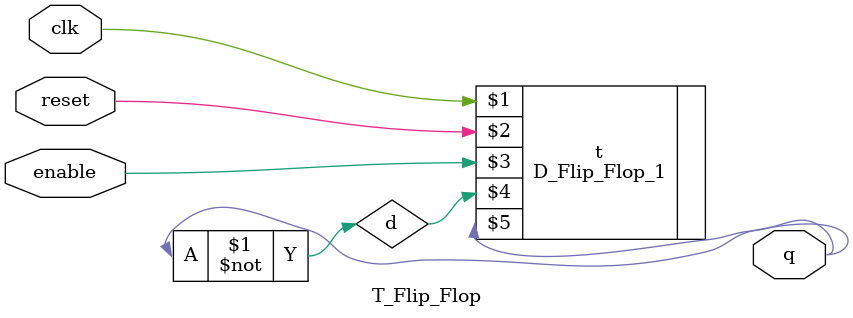
<source format=v>
module T_Flip_Flop (input clk, reset, enable,
                    output q);
  wire d;
  assign d = ~q;

      D_Flip_Flop_1 t(clk, reset, enable, d, q);

endmodule // T_Flip_Flop

</source>
